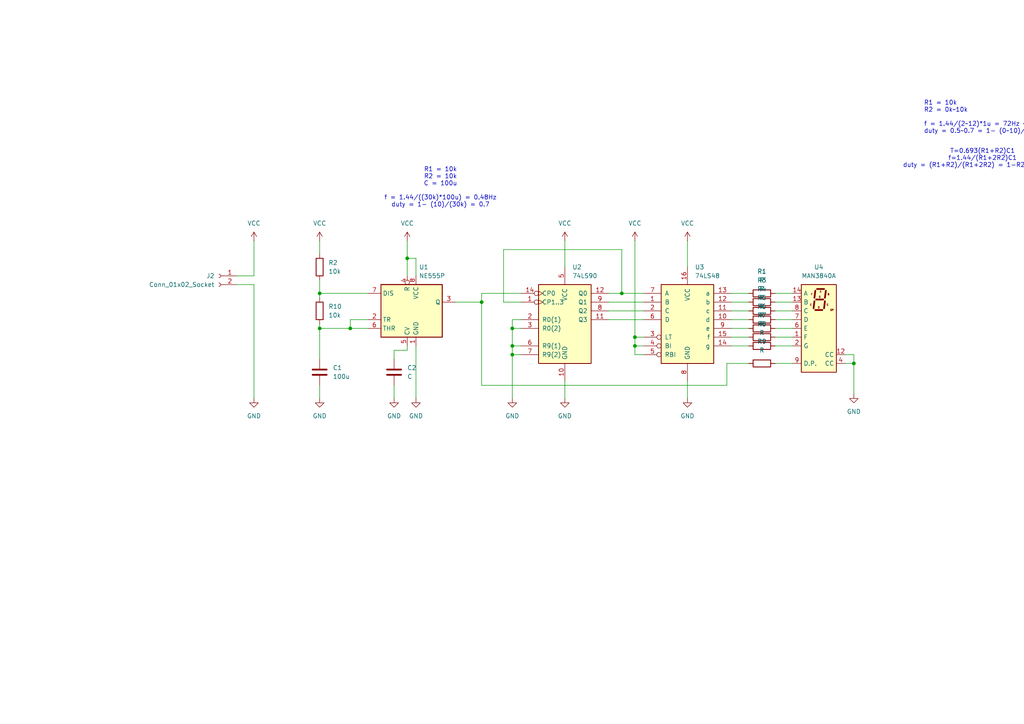
<source format=kicad_sch>
(kicad_sch (version 20250114) (generator "eeschema") (generator_version "9.0")
  (paper "A4")
  (lib_symbols
    (symbol "74xx:74LS48" (pin_names (offset 1.016))
      (property "Reference" "U" (at -7.62 11.43 0))
      (property "Value" "74LS48" (at -7.62 -13.97 0))
      (symbol "74LS48_1_0"
        (pin input line (at -12.7 7.62 0) (length 5.08) (name "A") (number "7"))
        (pin input line (at -12.7 5.08 0) (length 5.08) (name "B") (number "1"))
        (pin input line (at -12.7 2.54 0) (length 5.08) (name "C") (number "2"))
        (pin input line (at -12.7 0 0) (length 5.08) (name "D") (number "6"))
        (pin input inverted (at -12.7 -5.08 0) (length 5.08) (name "LT") (number "3"))
        (pin input inverted (at -12.7 -7.62 0) (length 5.08) (name "BI") (number "4"))
        (pin input inverted (at -12.7 -10.16 0) (length 5.08) (name "RBI") (number "5"))
        (pin power_in line (at 0 15.24 270) (length 5.08) (name "VCC") (number "16"))
        (pin power_in line (at 0 -17.78 90) (length 5.08) (name "GND") (number "8"))
        (pin open_collector line (at 12.7 7.62 180) (length 5.08) (name "a") (number "13"))
        (pin open_collector line (at 12.7 5.08 180) (length 5.08) (name "b") (number "12"))
        (pin open_collector line (at 12.7 2.54 180) (length 5.08) (name "c") (number "11"))
        (pin open_collector line (at 12.7 0 180) (length 5.08) (name "d") (number "10"))
        (pin open_collector line (at 12.7 -2.54 180) (length 5.08) (name "e") (number "9"))
        (pin open_collector line (at 12.7 -5.08 180) (length 5.08) (name "f") (number "15"))
        (pin open_collector line (at 12.7 -7.62 180) (length 5.08) (name "g") (number "14"))
      )
      (symbol "74LS48_1_1"
        (rectangle (start -7.62 10.16) (end 7.62 -12.7) (stroke (width 0.254)) (fill (type background)))
      )
    )
    (symbol "74xx:74LS90" (pin_names (offset 1.016))
      (property "Reference" "U" (at -7.62 11.43 0))
      (property "Value" "74LS90" (at -7.62 -13.97 0))
      (symbol "74LS90_1_0"
        (pin input inverted_clock (at -12.7 7.62 0) (length 5.08) (name "CP0") (number "14"))
        (pin input inverted_clock (at -12.7 5.08 0) (length 5.08) (name "CP1..3") (number "1"))
        (pin input line (at -12.7 0 0) (length 5.08) (name "R0(1)") (number "2"))
        (pin input line (at -12.7 -2.54 0) (length 5.08) (name "R0(2)") (number "3"))
        (pin input line (at -12.7 -7.62 0) (length 5.08) (name "R9(1)") (number "6"))
        (pin input line (at -12.7 -10.16 0) (length 5.08) (name "R9(2)") (number "7"))
        (pin power_in line (at 0 15.24 270) (length 5.08) (name "VCC") (number "5"))
        (pin power_in line (at 0 -17.78 90) (length 5.08) (name "GND") (number "10"))
        (pin output line (at 12.7 7.62 180) (length 5.08) (name "Q0") (number "12"))
        (pin output line (at 12.7 5.08 180) (length 5.08) (name "Q1") (number "9"))
        (pin output line (at 12.7 2.54 180) (length 5.08) (name "Q2") (number "8"))
        (pin output line (at 12.7 0 180) (length 5.08) (name "Q3") (number "11"))
      )
      (symbol "74LS90_1_1"
        (rectangle (start -7.62 10.16) (end 7.62 -12.7) (stroke (width 0.254)) (fill (type background)))
      )
    )
    (symbol "Connector:Conn_01x02_Socket" (pin_names (offset 1.016) (hide yes))
      (property "Reference" "J" (at 0 2.54 0))
      (property "Value" "Conn_01x02_Socket" (at 0 -5.08 0))
      (symbol "Conn_01x02_Socket_1_1"
        (polyline (pts (xy -1.27 0) (xy -0.508 0)) (stroke (width 0.1524)))
        (polyline (pts (xy -1.27 -2.54) (xy -0.508 -2.54)) (stroke (width 0.1524)))
        (arc (start 0 -0.508) (mid -0.5058 0) (end 0 0.508) (stroke (width 0.1524)))
        (arc (start 0 -3.048) (mid -0.5058 -2.54) (end 0 -2.032) (stroke (width 0.1524)))
        (pin passive line (at -5.08 0 0) (length 3.81) (name "Pin_1") (number "1"))
        (pin passive line (at -5.08 -2.54 0) (length 3.81) (name "Pin_2") (number "2"))
      )
    )
    (symbol "Device:C" (pin_numbers (hide yes)) (pin_names (offset 0.254))
      (property "Reference" "C" (at 0.635 2.54 0))
      (property "Value" "C" (at 0.635 -2.54 0))
      (symbol "C_0_1"
        (polyline (pts (xy -2.032 0.762) (xy 2.032 0.762)) (stroke (width 0.508)))
        (polyline (pts (xy -2.032 -0.762) (xy 2.032 -0.762)) (stroke (width 0.508)))
      )
      (symbol "C_1_1"
        (pin passive line (at 0 3.81 270) (length 2.794) (name "~") (number "1"))
        (pin passive line (at 0 -3.81 90) (length 2.794) (name "~") (number "2"))
      )
    )
    (symbol "Device:R" (pin_numbers (hide yes)) (pin_names (offset 0))
      (property "Reference" "R" (at 2.032 0 90))
      (property "Value" "R" (at 0 0 90))
      (symbol "R_0_1"
        (rectangle (start -1.016 -2.54) (end 1.016 2.54) (stroke (width 0.254)))
      )
      (symbol "R_1_1"
        (pin passive line (at 0 3.81 270) (length 1.27) (name "~") (number "1"))
        (pin passive line (at 0 -3.81 90) (length 1.27) (name "~") (number "2"))
      )
    )
    (symbol "Display_Character:MAN3840A" (pin_names (offset 0.635))
      (property "Reference" "U" (at -2.54 13.97 0))
      (property "Value" "MAN3840A" (at 5.08 -14.224 0))
      (symbol "MAN3840A_0_0"
        (text "E" (at -2.286 6.858 0) (effects (font (size 0.508 0.508))))
        (text "F" (at -2.032 9.906 0) (effects (font (size 0.508 0.508))))
        (text "D" (at 0 6.096 0) (effects (font (size 0.508 0.508))))
        (text "G" (at 0.254 9.144 0) (effects (font (size 0.508 0.508))))
        (text "A" (at 0.508 10.668 0) (effects (font (size 0.508 0.508))))
        (text "C" (at 2.54 6.858 0) (effects (font (size 0.508 0.508))))
        (text "B" (at 2.794 9.906 0) (effects (font (size 0.508 0.508))))
        (text "DP" (at 3.81 5.334 0) (effects (font (size 0.508 0.508))))
      )
      (symbol "MAN3840A_0_1"
        (rectangle (start -5.08 12.7) (end 5.08 -12.7) (stroke (width 0.254)) (fill (type background)))
        (polyline (pts (xy -1.27 7.874) (xy -1.524 5.842)) (stroke (width 0.508)))
        (polyline (pts (xy -1.016 10.922) (xy -1.27 8.89)) (stroke (width 0.508)))
        (polyline (pts (xy -1.016 5.334) (xy 1.016 5.334)) (stroke (width 0.508)))
        (polyline (pts (xy -0.762 8.382) (xy 1.27 8.382)) (stroke (width 0.508)))
        (polyline (pts (xy -0.508 11.43) (xy 1.524 11.43)) (stroke (width 0.508)))
        (polyline (pts (xy 1.778 7.874) (xy 1.524 5.842)) (stroke (width 0.508)))
        (polyline (pts (xy 2.032 10.922) (xy 1.778 8.89)) (stroke (width 0.508)))
        (polyline (pts (xy 2.794 5.334) (xy 2.794 5.334)) (stroke (width 0.508)))
      )
      (symbol "MAN3840A_1_1"
        (pin input line (at -7.62 10.16 0) (length 2.54) (name "A") (number "14"))
        (pin input line (at -7.62 7.62 0) (length 2.54) (name "B") (number "13"))
        (pin input line (at -7.62 5.08 0) (length 2.54) (name "C") (number "8"))
        (pin input line (at -7.62 2.54 0) (length 2.54) (name "D") (number "7"))
        (pin input line (at -7.62 0 0) (length 2.54) (name "E") (number "6"))
        (pin input line (at -7.62 -2.54 0) (length 2.54) (name "F") (number "1"))
        (pin input line (at -7.62 -5.08 0) (length 2.54) (name "G") (number "2"))
        (pin input line (at -7.62 -10.16 0) (length 2.54) (name "D.P.") (number "9"))
        (pin no_connect line (at 5.08 2.54 180) (length 2.54) (hide yes) (name "NC") (number "3"))
        (pin no_connect line (at 5.08 0 180) (length 2.54) (hide yes) (name "NC") (number "5"))
        (pin no_connect line (at 5.08 -2.54 180) (length 2.54) (hide yes) (name "NC") (number "10"))
        (pin no_connect line (at 5.08 -5.08 180) (length 2.54) (hide yes) (name "NC") (number "11"))
        (pin input line (at 7.62 -7.62 180) (length 2.54) (name "CC") (number "12"))
        (pin input line (at 7.62 -10.16 180) (length 2.54) (name "CC") (number "4"))
      )
    )
    (symbol "Timer:NE555P"
      (property "Reference" "U1" (at 2.1433 12.7 0))
      (property "Value" "NE555P" (at 2.1433 10.16 0))
      (symbol "NE555P_0_0"
        (pin power_in line (at 1.27 10.16 270) (length 2.54) (name "VCC") (number "8"))
        (pin power_in line (at 1.27 -10.16 90) (length 2.54) (name "GND") (number "1"))
      )
      (symbol "NE555P_0_1"
        (rectangle (start -8.89 -7.62) (end 8.89 7.62) (stroke (width 0.254)) (fill (type background)))
        (rectangle (start -8.89 -7.62) (end 8.89 7.62) (stroke (width 0.254)) (fill (type background)))
      )
      (symbol "NE555P_1_1"
        (pin input line (at -12.7 5.08 0) (length 3.81) (name "DIS") (number "7"))
        (pin input line (at -12.7 -2.54 0) (length 3.81) (name "TR") (number "2"))
        (pin input line (at -12.7 -5.08 0) (length 3.81) (name "THR") (number "6"))
        (pin input inverted (at -1.27 10.16 270) (length 2.54) (name "R") (number "4"))
        (pin input line (at -1.27 -10.16 90) (length 2.54) (name "CV") (number "5"))
        (pin output line (at 12.7 2.54 180) (length 3.81) (name "Q") (number "3"))
      )
    )
    (symbol "power:GND" (power) (pin_numbers (hide yes)) (pin_names (offset 0) (hide yes))
      (property "Value" "GND" (at 0 -3.81 0))
      (symbol "GND_0_1"
        (polyline (pts (xy 0 0) (xy 0 -1.27) (xy 1.27 -1.27) (xy 0 -2.54) (xy -1.27 -1.27) (xy 0 -1.27)))
      )
      (symbol "GND_1_1"
        (pin power_in line (at 0 0 270) (length 0) (name "~") (number "1"))
      )
    )
    (symbol "power:VCC" (power) (pin_numbers (hide yes)) (pin_names (offset 0) (hide yes))
      (property "Value" "VCC" (at 0 3.556 0))
      (symbol "VCC_0_1"
        (polyline (pts (xy -0.762 1.27) (xy 0 2.54)))
        (polyline (pts (xy 0 2.54) (xy 0.762 1.27)))
        (polyline (pts (xy 0 0) (xy 0 2.54)))
      )
      (symbol "VCC_1_1"
        (pin power_in line (at 0 0 90) (length 0) (name "~") (number "1"))
      )
    )
  )
  (text "T=0.693(R1+R2)C1\nf=1.44/(R1+2R2)C1\nduty = (R1+R2)/(R1+2R2) = 1-R2/(R1+2R2)\n" (at 284.988 45.974 0) (effects (font (size 1.27 1.27))))
  (text "R1 = 10k\nR2 = 10k\nC = 100u\n\nf = 1.44/((30k)*100u) = 0.48Hz\nduty = 1- (10)/(30k) = 0.7" (at 127.762 54.356 0) (effects (font (size 1.27 1.27))))
  (text "R1 = 10k\nR2 = 0k~10k\n\nf = 1.44/(2~12)*1u = 72Hz ~ 48Hz = 1440/(20~30)\nduty = 0.5~0.7 = 1- (0~10)/(10k~30k)" (at 267.97 34.036 0) (effects (font (size 1.27 1.27)) (justify left)))
  (junction (at 148.59 95.25))
  (junction (at 184.15 97.79))
  (junction (at 148.59 100.33))
  (junction (at 148.59 102.87))
  (junction (at 139.7 87.63))
  (junction (at 92.71 95.25))
  (junction (at 118.11 74.93))
  (junction (at 184.15 100.33))
  (junction (at 180.34 85.09))
  (junction (at 101.6 95.25))
  (junction (at 92.71 85.09))
  (junction (at 247.65 105.41))
  (wire (pts (xy 120.65 80.01) (xy 120.65 74.93)))
  (wire (pts (xy 247.65 102.87) (xy 245.11 102.87)))
  (wire (pts (xy 114.3 101.6) (xy 114.3 104.14)))
  (wire (pts (xy 148.59 100.33) (xy 148.59 95.25)))
  (wire (pts (xy 148.59 100.33) (xy 151.13 100.33)))
  (wire (pts (xy 217.17 87.63) (xy 212.09 87.63)))
  (wire (pts (xy 180.34 85.09) (xy 180.34 72.39)))
  (wire (pts (xy 229.87 90.17) (xy 224.79 90.17)))
  (wire (pts (xy 118.11 101.6) (xy 114.3 101.6)))
  (wire (pts (xy 247.65 114.3) (xy 247.65 105.41)))
  (wire (pts (xy 68.58 80.01) (xy 73.66 80.01)))
  (wire (pts (xy 229.87 85.09) (xy 224.79 85.09)))
  (wire (pts (xy 217.17 100.33) (xy 212.09 100.33)))
  (wire (pts (xy 163.83 69.85) (xy 163.83 77.47)))
  (wire (pts (xy 151.13 85.09) (xy 139.7 85.09)))
  (wire (pts (xy 148.59 115.57) (xy 148.59 102.87)))
  (wire (pts (xy 184.15 100.33) (xy 184.15 102.87)))
  (wire (pts (xy 148.59 95.25) (xy 151.13 95.25)))
  (wire (pts (xy 176.53 87.63) (xy 186.69 87.63)))
  (wire (pts (xy 106.68 92.71) (xy 101.6 92.71)))
  (wire (pts (xy 184.15 97.79) (xy 184.15 100.33)))
  (wire (pts (xy 146.05 72.39) (xy 146.05 87.63)))
  (wire (pts (xy 92.71 95.25) (xy 92.71 104.14)))
  (wire (pts (xy 92.71 93.98) (xy 92.71 95.25)))
  (wire (pts (xy 176.53 92.71) (xy 186.69 92.71)))
  (wire (pts (xy 139.7 87.63) (xy 132.08 87.63)))
  (wire (pts (xy 217.17 105.41) (xy 210.82 105.41)))
  (wire (pts (xy 148.59 102.87) (xy 148.59 100.33)))
  (wire (pts (xy 210.82 111.76) (xy 139.7 111.76)))
  (wire (pts (xy 118.11 69.85) (xy 118.11 74.93)))
  (wire (pts (xy 120.65 100.33) (xy 120.65 115.57)))
  (wire (pts (xy 114.3 111.76) (xy 114.3 115.57)))
  (wire (pts (xy 73.66 115.57) (xy 73.66 82.55)))
  (wire (pts (xy 184.15 97.79) (xy 186.69 97.79)))
  (wire (pts (xy 184.15 100.33) (xy 186.69 100.33)))
  (wire (pts (xy 224.79 105.41) (xy 229.87 105.41)))
  (wire (pts (xy 186.69 102.87) (xy 184.15 102.87)))
  (wire (pts (xy 139.7 85.09) (xy 139.7 87.63)))
  (wire (pts (xy 92.71 69.85) (xy 92.71 73.66)))
  (wire (pts (xy 217.17 95.25) (xy 212.09 95.25)))
  (wire (pts (xy 210.82 105.41) (xy 210.82 111.76)))
  (wire (pts (xy 217.17 92.71) (xy 212.09 92.71)))
  (wire (pts (xy 92.71 81.28) (xy 92.71 85.09)))
  (wire (pts (xy 73.66 69.85) (xy 73.66 80.01)))
  (wire (pts (xy 92.71 95.25) (xy 101.6 95.25)))
  (wire (pts (xy 229.87 95.25) (xy 224.79 95.25)))
  (wire (pts (xy 229.87 100.33) (xy 224.79 100.33)))
  (wire (pts (xy 163.83 110.49) (xy 163.83 115.57)))
  (wire (pts (xy 199.39 110.49) (xy 199.39 115.57)))
  (wire (pts (xy 148.59 102.87) (xy 151.13 102.87)))
  (wire (pts (xy 92.71 85.09) (xy 106.68 85.09)))
  (wire (pts (xy 101.6 92.71) (xy 101.6 95.25)))
  (wire (pts (xy 247.65 105.41) (xy 247.65 102.87)))
  (wire (pts (xy 217.17 90.17) (xy 212.09 90.17)))
  (wire (pts (xy 146.05 87.63) (xy 151.13 87.63)))
  (wire (pts (xy 180.34 72.39) (xy 146.05 72.39)))
  (wire (pts (xy 139.7 111.76) (xy 139.7 87.63)))
  (wire (pts (xy 148.59 92.71) (xy 151.13 92.71)))
  (wire (pts (xy 176.53 85.09) (xy 180.34 85.09)))
  (wire (pts (xy 118.11 74.93) (xy 118.11 80.01)))
  (wire (pts (xy 229.87 87.63) (xy 224.79 87.63)))
  (wire (pts (xy 199.39 69.85) (xy 199.39 77.47)))
  (wire (pts (xy 184.15 69.85) (xy 184.15 97.79)))
  (wire (pts (xy 73.66 82.55) (xy 68.58 82.55)))
  (wire (pts (xy 92.71 85.09) (xy 92.71 86.36)))
  (wire (pts (xy 148.59 95.25) (xy 148.59 92.71)))
  (wire (pts (xy 118.11 100.33) (xy 118.11 101.6)))
  (wire (pts (xy 180.34 85.09) (xy 186.69 85.09)))
  (wire (pts (xy 229.87 97.79) (xy 224.79 97.79)))
  (wire (pts (xy 101.6 95.25) (xy 106.68 95.25)))
  (wire (pts (xy 245.11 105.41) (xy 247.65 105.41)))
  (wire (pts (xy 120.65 74.93) (xy 118.11 74.93)))
  (wire (pts (xy 229.87 92.71) (xy 224.79 92.71)))
  (wire (pts (xy 92.71 111.76) (xy 92.71 115.57)))
  (wire (pts (xy 217.17 97.79) (xy 212.09 97.79)))
  (wire (pts (xy 176.53 90.17) (xy 186.69 90.17)))
  (wire (pts (xy 217.17 85.09) (xy 212.09 85.09)))
  (symbol (lib_id "Device:R") (at 220.98 85.09 90) (unit 1)
    (property "Reference" "R1" (at 220.98 78.74 90))
    (property "Value" "R" (at 220.98 81.28 90))
    (property "Footprint" "Resistor_THT:R_Axial_DIN0207_L6.3mm_D2.5mm_P10.16mm_Horizontal" (effects (hide yes)))
    (property "Description" "Resistor" (effects (hide yes)))
  )
  (symbol (lib_id "74xx:74LS48") (at 199.39 92.71 0) (unit 1)
    (property "Reference" "U3" (at 201.5333 77.47 0) (effects (justify left)))
    (property "Value" "74LS48" (at 201.5333 80.01 0) (effects (justify left)))
    (property "Footprint" "Package_DIP:DIP-16_W7.62mm" (effects (hide yes)))
    (property "Datasheet" "http://www.ti.com/lit/gpn/sn74LS48" (effects (hide yes)))
    (property "Description" "BCD to 7-segment Decoder/driver, Active High outputs" (effects (hide yes)))
  )
  (symbol (lib_id "power:GND") (at 73.66 115.57 0) (unit 1)
    (property "Reference" "#PWR01" (effects (hide yes)))
    (property "Value" "GND" (at 73.66 120.65 0))
    (property "Description" "Power symbol creates a global label with name \"GND\" , ground" (effects (hide yes)))
  )
  (symbol (lib_id "Device:R") (at 220.98 87.63 90) (unit 1)
    (property "Reference" "R3" (at 220.98 81.28 90))
    (property "Value" "R" (at 220.98 83.82 90))
    (property "Footprint" "Resistor_THT:R_Axial_DIN0207_L6.3mm_D2.5mm_P10.16mm_Horizontal" (effects (hide yes)))
    (property "Description" "Resistor" (effects (hide yes)))
  )
  (symbol (lib_id "power:VCC") (at 163.83 69.85 0) (unit 1)
    (property "Reference" "#PWR05" (effects (hide yes)))
    (property "Value" "VCC" (at 163.83 64.77 0))
    (property "Description" "Power symbol creates a global label with name \"VCC\"" (effects (hide yes)))
  )
  (symbol (lib_id "power:VCC") (at 73.66 69.85 0) (unit 1)
    (property "Reference" "#PWR02" (effects (hide yes)))
    (property "Value" "VCC" (at 73.66 64.77 0))
    (property "Description" "Power symbol creates a global label with name \"VCC\"" (effects (hide yes)))
  )
  (symbol (lib_id "Timer:NE555P") (at 119.38 90.17 0) (unit 1)
    (property "Reference" "U1" (at 121.5233 77.47 0) (effects (justify left)))
    (property "Value" "NE555P" (at 121.5233 80.01 0) (effects (justify left)))
    (property "Footprint" "Package_DIP:DIP-8_W7.62mm" (effects (hide yes)))
    (property "Datasheet" "http://www.ti.com/lit/ds/symlink/ne555.pdf" (effects (hide yes)))
    (property "Description" "Precision Timers, 555 compatible,  PDIP-8" (effects (hide yes)))
  )
  (symbol (lib_id "power:VCC") (at 92.71 69.85 0) (unit 1)
    (property "Reference" "#PWR03" (effects (hide yes)))
    (property "Value" "VCC" (at 92.71 64.77 0))
    (property "Description" "Power symbol creates a global label with name \"VCC\"" (effects (hide yes)))
  )
  (symbol (lib_id "Device:R") (at 220.98 105.41 90) (unit 1)
    (property "Reference" "R9" (at 220.98 99.06 90))
    (property "Value" "R" (at 220.98 101.6 90))
    (property "Footprint" "Resistor_THT:R_Axial_DIN0207_L6.3mm_D2.5mm_P10.16mm_Horizontal" (effects (hide yes)))
    (property "Description" "Resistor" (effects (hide yes)))
  )
  (symbol (lib_id "74xx:74LS90") (at 163.83 92.71 0) (unit 1)
    (property "Reference" "U2" (at 165.9733 77.47 0) (effects (justify left)))
    (property "Value" "74LS90" (at 165.9733 80.01 0) (effects (justify left)))
    (property "Footprint" "Package_DIP:DIP-12_W7.62mm" (effects (hide yes)))
    (property "Datasheet" "http://www.ti.com/lit/gpn/sn74LS90" (effects (hide yes)))
    (property "Description" "BCD Counter ( div 2 & div 5 )" (effects (hide yes)))
  )
  (symbol (lib_id "Device:C") (at 114.3 107.95 0) (unit 1)
    (property "Reference" "C2" (at 118.11 106.6799 0) (effects (justify left)))
    (property "Value" "C" (at 118.11 109.2199 0) (effects (justify left)))
    (property "Footprint" "Capacitor_THT:C_Radial_D4.0mm_H7.0mm_P1.50mm" (effects (hide yes)))
    (property "Description" "Unpolarized capacitor" (effects (hide yes)))
  )
  (symbol (lib_id "Display_Character:MAN3840A") (at 237.49 95.25 0) (unit 1)
    (property "Reference" "U4" (at 237.49 77.47 0))
    (property "Value" "MAN3840A" (at 237.49 80.01 0))
    (property "Footprint" "Display_7Segment:MAN3810A" (effects (hide yes)))
    (property "Datasheet" "https://www.digchip.com/datasheets/parts/datasheet/161/MAN3640A-pdf.php" (effects (hide yes)))
    (property "Description" "Single digit 7 segment yellow LED common anode right hand decimal" (effects (hide yes)))
  )
  (symbol (lib_id "Device:C") (at 92.71 107.95 0) (unit 1)
    (property "Reference" "C1" (at 96.52 106.6799 0) (effects (justify left)))
    (property "Value" "100u" (at 96.52 109.2199 0) (effects (justify left)))
    (property "Footprint" "Capacitor_THT:C_Radial_D4.0mm_H7.0mm_P1.50mm" (effects (hide yes)))
    (property "Description" "Unpolarized capacitor" (effects (hide yes)))
  )
  (symbol (lib_id "power:VCC") (at 184.15 69.85 0) (unit 1)
    (property "Reference" "#PWR013" (effects (hide yes)))
    (property "Value" "VCC" (at 184.15 64.77 0))
    (property "Description" "Power symbol creates a global label with name \"VCC\"" (effects (hide yes)))
  )
  (symbol (lib_id "Device:R") (at 92.71 77.47 0) (unit 1)
    (property "Reference" "R2" (at 95.25 76.1999 0) (effects (justify left)))
    (property "Value" "10k" (at 95.25 78.7399 0) (effects (justify left)))
    (property "Footprint" "Resistor_THT:R_Axial_DIN0207_L6.3mm_D2.5mm_P10.16mm_Horizontal" (effects (hide yes)))
    (property "Description" "Resistor" (effects (hide yes)))
  )
  (symbol (lib_id "power:GND") (at 163.83 115.57 0) (unit 1)
    (property "Reference" "#PWR06" (effects (hide yes)))
    (property "Value" "GND" (at 163.83 120.65 0))
    (property "Description" "Power symbol creates a global label with name \"GND\" , ground" (effects (hide yes)))
  )
  (symbol (lib_id "Device:R") (at 220.98 90.17 90) (unit 1)
    (property "Reference" "R4" (at 220.98 83.82 90))
    (property "Value" "R" (at 220.98 86.36 90))
    (property "Footprint" "Resistor_THT:R_Axial_DIN0207_L6.3mm_D2.5mm_P10.16mm_Horizontal" (effects (hide yes)))
    (property "Description" "Resistor" (effects (hide yes)))
  )
  (symbol (lib_id "power:VCC") (at 199.39 69.85 0) (unit 1)
    (property "Reference" "#PWR010" (effects (hide yes)))
    (property "Value" "VCC" (at 199.39 64.77 0))
    (property "Description" "Power symbol creates a global label with name \"VCC\"" (effects (hide yes)))
  )
  (symbol (lib_id "Device:R") (at 220.98 95.25 90) (unit 1)
    (property "Reference" "R6" (at 220.98 88.9 90))
    (property "Value" "R" (at 220.98 91.44 90))
    (property "Footprint" "Resistor_THT:R_Axial_DIN0207_L6.3mm_D2.5mm_P10.16mm_Horizontal" (effects (hide yes)))
    (property "Description" "Resistor" (effects (hide yes)))
  )
  (symbol (lib_id "Connector:Conn_01x02_Socket") (at 63.5 80.01 0) (mirror y) (unit 1)
    (property "Reference" "J2" (at 62.23 80.0099 0) (effects (justify left)))
    (property "Value" "Conn_01x02_Socket" (at 62.23 82.5499 0) (effects (justify left)))
    (property "Footprint" "Connector_PinHeader_2.54mm:PinHeader_1x02_P2.54mm_Vertical" (effects (hide yes)))
    (property "Description" "Generic connector, single row, 01x02, script generated" (effects (hide yes)))
  )
  (symbol (lib_id "power:GND") (at 148.59 115.57 0) (unit 1)
    (property "Reference" "#PWR014" (effects (hide yes)))
    (property "Value" "GND" (at 148.59 120.65 0))
    (property "Description" "Power symbol creates a global label with name \"GND\" , ground" (effects (hide yes)))
  )
  (symbol (lib_id "power:GND") (at 114.3 115.57 0) (unit 1)
    (property "Reference" "#PWR08" (effects (hide yes)))
    (property "Value" "GND" (at 114.3 120.65 0))
    (property "Description" "Power symbol creates a global label with name \"GND\" , ground" (effects (hide yes)))
  )
  (symbol (lib_id "power:VCC") (at 118.11 69.85 0) (unit 1)
    (property "Reference" "#PWR04" (effects (hide yes)))
    (property "Value" "VCC" (at 118.11 64.77 0))
    (property "Description" "Power symbol creates a global label with name \"VCC\"" (effects (hide yes)))
  )
  (symbol (lib_id "power:GND") (at 120.65 115.57 0) (unit 1)
    (property "Reference" "#PWR09" (effects (hide yes)))
    (property "Value" "GND" (at 120.65 120.65 0))
    (property "Description" "Power symbol creates a global label with name \"GND\" , ground" (effects (hide yes)))
  )
  (symbol (lib_id "Device:R") (at 220.98 97.79 90) (unit 1)
    (property "Reference" "R7" (at 220.98 91.44 90))
    (property "Value" "R" (at 220.98 93.98 90))
    (property "Footprint" "Resistor_THT:R_Axial_DIN0207_L6.3mm_D2.5mm_P10.16mm_Horizontal" (effects (hide yes)))
    (property "Description" "Resistor" (effects (hide yes)))
  )
  (symbol (lib_id "power:GND") (at 92.71 115.57 0) (unit 1)
    (property "Reference" "#PWR07" (effects (hide yes)))
    (property "Value" "GND" (at 92.71 120.65 0))
    (property "Description" "Power symbol creates a global label with name \"GND\" , ground" (effects (hide yes)))
  )
  (symbol (lib_id "power:GND") (at 199.39 115.57 0) (unit 1)
    (property "Reference" "#PWR011" (effects (hide yes)))
    (property "Value" "GND" (at 199.39 120.65 0))
    (property "Description" "Power symbol creates a global label with name \"GND\" , ground" (effects (hide yes)))
  )
  (symbol (lib_id "Device:R") (at 220.98 100.33 90) (unit 1)
    (property "Reference" "R8" (at 220.98 93.98 90))
    (property "Value" "R" (at 220.98 96.52 90))
    (property "Footprint" "Resistor_THT:R_Axial_DIN0207_L6.3mm_D2.5mm_P10.16mm_Horizontal" (effects (hide yes)))
    (property "Description" "Resistor" (effects (hide yes)))
  )
  (symbol (lib_id "Device:R") (at 92.71 90.17 0) (unit 1)
    (property "Reference" "R10" (at 95.25 88.8999 0) (effects (justify left)))
    (property "Value" "10k" (at 95.25 91.4399 0) (effects (justify left)))
    (property "Footprint" "Resistor_THT:R_Axial_DIN0207_L6.3mm_D2.5mm_P10.16mm_Horizontal" (effects (hide yes)))
    (property "Description" "Resistor" (effects (hide yes)))
  )
  (symbol (lib_id "power:GND") (at 247.65 114.3 0) (unit 1)
    (property "Reference" "#PWR012" (effects (hide yes)))
    (property "Value" "GND" (at 247.65 119.38 0))
    (property "Description" "Power symbol creates a global label with name \"GND\" , ground" (effects (hide yes)))
  )
  (symbol (lib_id "Device:R") (at 220.98 92.71 90) (unit 1)
    (property "Reference" "R5" (at 220.98 86.36 90))
    (property "Value" "R" (at 220.98 88.9 90))
    (property "Footprint" "Resistor_THT:R_Axial_DIN0207_L6.3mm_D2.5mm_P10.16mm_Horizontal" (effects (hide yes)))
    (property "Description" "Resistor" (effects (hide yes)))
  )
)
</source>
